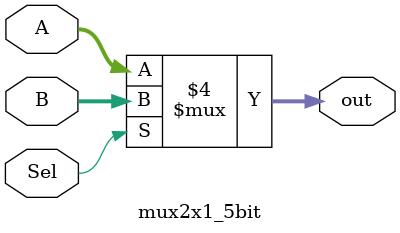
<source format=v>
module mux2x1_5bit(
	input [4:0]A,
	input [4:0]B,
	input Sel,
	output reg [4:0]out);
	
	always @(*)begin
		if(Sel == 0)
			out = A;
		else
			out = B;
	end	 
	
endmodule
</source>
